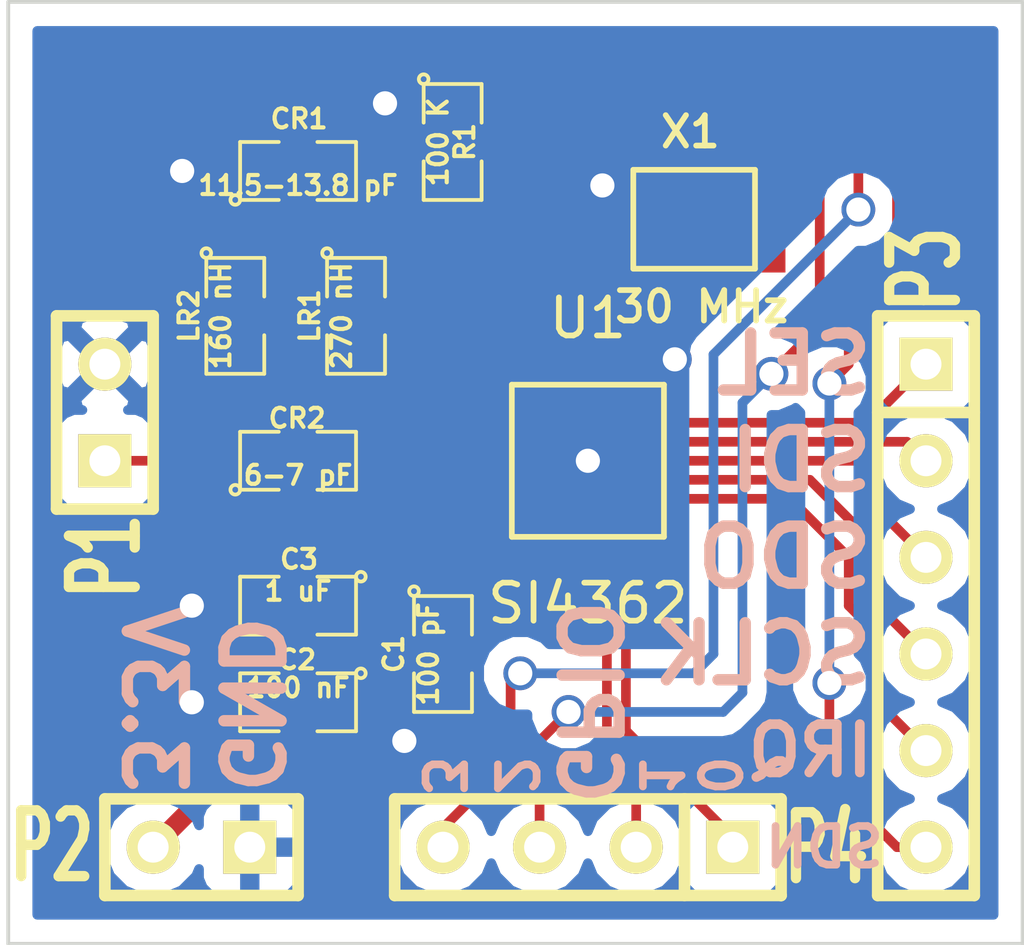
<source format=kicad_pcb>
(kicad_pcb (version 3) (host pcbnew "(2013-07-07 BZR 4022)-stable")

  (general
    (links 35)
    (no_connects 0)
    (area 222.24873 146.634999 251.46127 172.72381)
    (thickness 1.6)
    (drawings 17)
    (tracks 127)
    (zones 0)
    (modules 14)
    (nets 18)
  )

  (page A3)
  (layers
    (15 F.Cu signal)
    (0 B.Cu signal)
    (16 B.Adhes user)
    (17 F.Adhes user)
    (18 B.Paste user)
    (19 F.Paste user)
    (20 B.SilkS user)
    (21 F.SilkS user)
    (22 B.Mask user)
    (23 F.Mask user)
    (24 Dwgs.User user)
    (25 Cmts.User user)
    (26 Eco1.User user)
    (27 Eco2.User user)
    (28 Edge.Cuts user)
  )

  (setup
    (last_trace_width 0.254)
    (trace_clearance 0.1524)
    (zone_clearance 0.508)
    (zone_45_only no)
    (trace_min 0.254)
    (segment_width 0.2)
    (edge_width 0.1)
    (via_size 0.889)
    (via_drill 0.635)
    (via_min_size 0.889)
    (via_min_drill 0.508)
    (uvia_size 0.508)
    (uvia_drill 0.127)
    (uvias_allowed no)
    (uvia_min_size 0.508)
    (uvia_min_drill 0.127)
    (pcb_text_width 0.3)
    (pcb_text_size 1.5 1.5)
    (mod_edge_width 0.15)
    (mod_text_size 1 1)
    (mod_text_width 0.15)
    (pad_size 2 1.2)
    (pad_drill 0)
    (pad_to_mask_clearance 0)
    (aux_axis_origin 0 0)
    (visible_elements 7FFF7FFF)
    (pcbplotparams
      (layerselection 284196865)
      (usegerberextensions true)
      (excludeedgelayer true)
      (linewidth 0.150000)
      (plotframeref false)
      (viasonmask false)
      (mode 1)
      (useauxorigin false)
      (hpglpennumber 1)
      (hpglpenspeed 20)
      (hpglpendiameter 15)
      (hpglpenoverlay 2)
      (psnegative false)
      (psa4output false)
      (plotreference false)
      (plotvalue false)
      (plotothertext false)
      (plotinvisibletext false)
      (padsonsilk false)
      (subtractmaskfromsilk false)
      (outputformat 1)
      (mirror false)
      (drillshape 0)
      (scaleselection 1)
      (outputdirectory ""))
  )

  (net 0 "")
  (net 1 /GPIO2)
  (net 2 /GPIO3)
  (net 3 /SDN)
  (net 4 GND)
  (net 5 N-000001)
  (net 6 N-0000011)
  (net 7 N-0000015)
  (net 8 N-0000019)
  (net 9 N-000002)
  (net 10 N-0000020)
  (net 11 N-000003)
  (net 12 N-000004)
  (net 13 N-000005)
  (net 14 N-000006)
  (net 15 N-000007)
  (net 16 N-000008)
  (net 17 N-000009)

  (net_class Default "This is the default net class."
    (clearance 0.1524)
    (trace_width 0.254)
    (via_dia 0.889)
    (via_drill 0.635)
    (uvia_dia 0.508)
    (uvia_drill 0.127)
    (add_net "")
    (add_net /GPIO2)
    (add_net /GPIO3)
    (add_net /SDN)
    (add_net N-000001)
    (add_net N-0000015)
    (add_net N-0000019)
    (add_net N-000002)
    (add_net N-0000020)
    (add_net N-000003)
    (add_net N-000004)
    (add_net N-000005)
    (add_net N-000006)
    (add_net N-000007)
    (add_net N-000008)
    (add_net N-000009)
  )

  (net_class Power ""
    (clearance 0.254)
    (trace_width 0.508)
    (via_dia 0.889)
    (via_drill 0.635)
    (uvia_dia 0.508)
    (uvia_drill 0.127)
    (add_net GND)
    (add_net N-0000011)
  )

  (module crystal_FA238-TSX3225 (layer F.Cu) (tedit 51EC5D42) (tstamp 51EB1A2A)
    (at 241.554 152.4)
    (descr "crystal Epson Toyocom FA-238 and TSX-3225 series")
    (path /51EB05E9)
    (fp_text reference X1 (at -0.1 -2.3) (layer F.SilkS)
      (effects (font (size 0.8 0.8) (thickness 0.15)))
    )
    (fp_text value "30 MHz" (at 0.2 2.3) (layer F.SilkS)
      (effects (font (size 0.8 0.8) (thickness 0.15)))
    )
    (fp_line (start -1.6 -1.3) (end 1.6 -1.3) (layer F.SilkS) (width 0.15))
    (fp_line (start 1.6 -1.3) (end 1.6 1.3) (layer F.SilkS) (width 0.15))
    (fp_line (start 1.6 1.3) (end -1.6 1.3) (layer F.SilkS) (width 0.15))
    (fp_line (start -1.6 1.3) (end -1.6 -1.3) (layer F.SilkS) (width 0.15))
    (pad 1 smd rect (at -1.4 0.8) (size 2 1.2)
      (layers F.Cu F.Paste F.Mask)
      (net 17 N-000009)
    )
    (pad 3 smd rect (at 1.1 0.8) (size 2 1.2) (drill (offset 0.3 0))
      (layers F.Cu F.Paste F.Mask)
      (net 4 GND)
    )
    (pad 3 smd rect (at -1.4 -0.8) (size 2 1.2)
      (layers F.Cu F.Paste F.Mask)
      (net 4 GND)
    )
    (pad 2 smd rect (at 1.1 -0.8) (size 2 1.2) (drill (offset 0.3 0))
      (layers F.Cu F.Paste F.Mask)
      (net 16 N-000008)
    )
    (model smd/smd_crystal&oscillator/crystal_4pins_smd.wrl
      (at (xyz 0 0 0))
      (scale (xyz 0.24 0.24 0.24))
      (rotate (xyz 0 0 0))
    )
  )

  (module QFN20+1 (layer F.Cu) (tedit 51EC5D24) (tstamp 51EB2046)
    (at 238.76 158.75)
    (path /51EB040B)
    (fp_text reference U1 (at 0 -3.75) (layer F.SilkS)
      (effects (font (size 1 1) (thickness 0.15)))
    )
    (fp_text value SI4362 (at 0 3.75) (layer F.SilkS)
      (effects (font (size 1 1) (thickness 0.15)))
    )
    (fp_line (start -2 -2) (end 2 -2) (layer F.SilkS) (width 0.15))
    (fp_line (start 2 -2) (end 2 2) (layer F.SilkS) (width 0.15))
    (fp_line (start 2 2) (end -2 2) (layer F.SilkS) (width 0.15))
    (fp_line (start -2 2) (end -2 -2) (layer F.SilkS) (width 0.15))
    (pad 21 smd rect (at 0 0) (size 2.6 2.6)
      (layers F.Cu F.Paste F.Mask)
      (net 4 GND)
    )
    (pad 18 smd rect (at 0 -2.3) (size 0.25 1.3)
      (layers F.Cu F.Paste F.Mask)
      (net 4 GND)
    )
    (pad 19 smd rect (at -0.5 -2.3) (size 0.25 1.3)
      (layers F.Cu F.Paste F.Mask)
      (net 1 /GPIO2)
    )
    (pad 20 smd rect (at -1 -2.3) (size 0.25 1.3)
      (layers F.Cu F.Paste F.Mask)
      (net 2 /GPIO3)
    )
    (pad 17 smd rect (at 0.5 -2.3) (size 0.25 1.3)
      (layers F.Cu F.Paste F.Mask)
      (net 17 N-000009)
    )
    (pad 16 smd rect (at 1 -2.3) (size 0.25 1.3)
      (layers F.Cu F.Paste F.Mask)
      (net 16 N-000008)
    )
    (pad 8 smd rect (at 0 2) (size 0.25 1.3) (drill (offset 0 0.3))
      (layers F.Cu F.Paste F.Mask)
      (net 6 N-0000011)
    )
    (pad 7 smd rect (at -0.5 2) (size 0.25 1.3) (drill (offset 0 0.3))
      (layers F.Cu F.Paste F.Mask)
    )
    (pad 6 smd rect (at -1 2) (size 0.25 1.3) (drill (offset 0 0.3))
      (layers F.Cu F.Paste F.Mask)
      (net 6 N-0000011)
    )
    (pad 9 smd rect (at 0.5 2) (size 0.25 1.3) (drill (offset 0 0.3))
      (layers F.Cu F.Paste F.Mask)
      (net 14 N-000006)
    )
    (pad 10 smd rect (at 1 2) (size 0.25 1.3) (drill (offset 0 0.3))
      (layers F.Cu F.Paste F.Mask)
      (net 15 N-000007)
    )
    (pad 15 smd rect (at 2 -1) (size 1.3 0.25) (drill (offset 0.3 0))
      (layers F.Cu F.Paste F.Mask)
      (net 13 N-000005)
    )
    (pad 14 smd rect (at 2 -0.5) (size 1.3 0.25) (drill (offset 0.3 0))
      (layers F.Cu F.Paste F.Mask)
      (net 12 N-000004)
    )
    (pad 13 smd rect (at 2 0) (size 1.3 0.25) (drill (offset 0.3 0))
      (layers F.Cu F.Paste F.Mask)
      (net 11 N-000003)
    )
    (pad 12 smd rect (at 2 0.5) (size 1.3 0.25) (drill (offset 0.3 0))
      (layers F.Cu F.Paste F.Mask)
      (net 9 N-000002)
    )
    (pad 11 smd rect (at 2 1) (size 1.3 0.25) (drill (offset 0.3 0))
      (layers F.Cu F.Paste F.Mask)
      (net 5 N-000001)
    )
    (pad 5 smd rect (at -2.3 1) (size 1.3 0.25)
      (layers F.Cu F.Paste F.Mask)
    )
    (pad 4 smd rect (at -2.3 0.5) (size 1.3 0.25)
      (layers F.Cu F.Paste F.Mask)
    )
    (pad 3 smd rect (at -2.3 0) (size 1.3 0.25)
      (layers F.Cu F.Paste F.Mask)
      (net 10 N-0000020)
    )
    (pad 2 smd rect (at -2.3 -0.5) (size 1.3 0.25)
      (layers F.Cu F.Paste F.Mask)
      (net 7 N-0000015)
    )
    (pad 1 smd rect (at -2.3 -1) (size 1.3 0.25)
      (layers F.Cu F.Paste F.Mask)
      (net 3 /SDN)
    )
  )

  (module SM0805 (layer F.Cu) (tedit 52BF523D) (tstamp 51EB199B)
    (at 231.14 151.13)
    (path /51EB04F8)
    (attr smd)
    (fp_text reference CR1 (at 0.0254 -1.3716) (layer F.SilkS)
      (effects (font (size 0.50038 0.50038) (thickness 0.10922)))
    )
    (fp_text value "11.5-13.8 pF" (at 0 0.381) (layer F.SilkS)
      (effects (font (size 0.50038 0.50038) (thickness 0.10922)))
    )
    (fp_circle (center -1.651 0.762) (end -1.651 0.635) (layer F.SilkS) (width 0.09906))
    (fp_line (start -0.508 0.762) (end -1.524 0.762) (layer F.SilkS) (width 0.09906))
    (fp_line (start -1.524 0.762) (end -1.524 -0.762) (layer F.SilkS) (width 0.09906))
    (fp_line (start -1.524 -0.762) (end -0.508 -0.762) (layer F.SilkS) (width 0.09906))
    (fp_line (start 0.508 -0.762) (end 1.524 -0.762) (layer F.SilkS) (width 0.09906))
    (fp_line (start 1.524 -0.762) (end 1.524 0.762) (layer F.SilkS) (width 0.09906))
    (fp_line (start 1.524 0.762) (end 0.508 0.762) (layer F.SilkS) (width 0.09906))
    (pad 1 smd rect (at -0.9525 0) (size 0.889 1.397)
      (layers F.Cu F.Paste F.Mask)
      (net 4 GND)
    )
    (pad 2 smd rect (at 0.9525 0) (size 0.889 1.397)
      (layers F.Cu F.Paste F.Mask)
      (net 7 N-0000015)
    )
    (model smd/chip_cms.wrl
      (at (xyz 0 0 0))
      (scale (xyz 0.1 0.1 0.1))
      (rotate (xyz 0 0 0))
    )
  )

  (module SM0805 (layer F.Cu) (tedit 52BF529D) (tstamp 51EB2863)
    (at 231.14 158.75)
    (path /51EB0507)
    (attr smd)
    (fp_text reference CR2 (at -0.0254 -1.1176) (layer F.SilkS)
      (effects (font (size 0.50038 0.50038) (thickness 0.10922)))
    )
    (fp_text value "6-7 pF" (at 0 0.381) (layer F.SilkS)
      (effects (font (size 0.50038 0.50038) (thickness 0.10922)))
    )
    (fp_circle (center -1.651 0.762) (end -1.651 0.635) (layer F.SilkS) (width 0.09906))
    (fp_line (start -0.508 0.762) (end -1.524 0.762) (layer F.SilkS) (width 0.09906))
    (fp_line (start -1.524 0.762) (end -1.524 -0.762) (layer F.SilkS) (width 0.09906))
    (fp_line (start -1.524 -0.762) (end -0.508 -0.762) (layer F.SilkS) (width 0.09906))
    (fp_line (start 0.508 -0.762) (end 1.524 -0.762) (layer F.SilkS) (width 0.09906))
    (fp_line (start 1.524 -0.762) (end 1.524 0.762) (layer F.SilkS) (width 0.09906))
    (fp_line (start 1.524 0.762) (end 0.508 0.762) (layer F.SilkS) (width 0.09906))
    (pad 1 smd rect (at -0.9525 0) (size 0.889 1.397)
      (layers F.Cu F.Paste F.Mask)
      (net 8 N-0000019)
    )
    (pad 2 smd rect (at 0.9525 0) (size 0.889 1.397)
      (layers F.Cu F.Paste F.Mask)
      (net 10 N-0000020)
    )
    (model smd/chip_cms.wrl
      (at (xyz 0 0 0))
      (scale (xyz 0.1 0.1 0.1))
      (rotate (xyz 0 0 0))
    )
  )

  (module SM0805 (layer F.Cu) (tedit 52BF5283) (tstamp 51EB19B5)
    (at 234.95 163.83 270)
    (path /51EB0516)
    (attr smd)
    (fp_text reference C1 (at 0 1.2954 270) (layer F.SilkS)
      (effects (font (size 0.50038 0.50038) (thickness 0.10922)))
    )
    (fp_text value "100 pF" (at 0 0.381 270) (layer F.SilkS)
      (effects (font (size 0.50038 0.50038) (thickness 0.10922)))
    )
    (fp_circle (center -1.651 0.762) (end -1.651 0.635) (layer F.SilkS) (width 0.09906))
    (fp_line (start -0.508 0.762) (end -1.524 0.762) (layer F.SilkS) (width 0.09906))
    (fp_line (start -1.524 0.762) (end -1.524 -0.762) (layer F.SilkS) (width 0.09906))
    (fp_line (start -1.524 -0.762) (end -0.508 -0.762) (layer F.SilkS) (width 0.09906))
    (fp_line (start 0.508 -0.762) (end 1.524 -0.762) (layer F.SilkS) (width 0.09906))
    (fp_line (start 1.524 -0.762) (end 1.524 0.762) (layer F.SilkS) (width 0.09906))
    (fp_line (start 1.524 0.762) (end 0.508 0.762) (layer F.SilkS) (width 0.09906))
    (pad 1 smd rect (at -0.9525 0 270) (size 0.889 1.397)
      (layers F.Cu F.Paste F.Mask)
      (net 6 N-0000011)
    )
    (pad 2 smd rect (at 0.9525 0 270) (size 0.889 1.397)
      (layers F.Cu F.Paste F.Mask)
      (net 4 GND)
    )
    (model smd/chip_cms.wrl
      (at (xyz 0 0 0))
      (scale (xyz 0.1 0.1 0.1))
      (rotate (xyz 0 0 0))
    )
  )

  (module SM0805 (layer F.Cu) (tedit 52BF5297) (tstamp 51EB19C2)
    (at 231.14 165.1 180)
    (path /51EB0525)
    (attr smd)
    (fp_text reference C2 (at 0.0254 1.1176 180) (layer F.SilkS)
      (effects (font (size 0.50038 0.50038) (thickness 0.10922)))
    )
    (fp_text value "100 nF" (at 0 0.381 180) (layer F.SilkS)
      (effects (font (size 0.50038 0.50038) (thickness 0.10922)))
    )
    (fp_circle (center -1.651 0.762) (end -1.651 0.635) (layer F.SilkS) (width 0.09906))
    (fp_line (start -0.508 0.762) (end -1.524 0.762) (layer F.SilkS) (width 0.09906))
    (fp_line (start -1.524 0.762) (end -1.524 -0.762) (layer F.SilkS) (width 0.09906))
    (fp_line (start -1.524 -0.762) (end -0.508 -0.762) (layer F.SilkS) (width 0.09906))
    (fp_line (start 0.508 -0.762) (end 1.524 -0.762) (layer F.SilkS) (width 0.09906))
    (fp_line (start 1.524 -0.762) (end 1.524 0.762) (layer F.SilkS) (width 0.09906))
    (fp_line (start 1.524 0.762) (end 0.508 0.762) (layer F.SilkS) (width 0.09906))
    (pad 1 smd rect (at -0.9525 0 180) (size 0.889 1.397)
      (layers F.Cu F.Paste F.Mask)
      (net 6 N-0000011)
    )
    (pad 2 smd rect (at 0.9525 0 180) (size 0.889 1.397)
      (layers F.Cu F.Paste F.Mask)
      (net 4 GND)
    )
    (model smd/chip_cms.wrl
      (at (xyz 0 0 0))
      (scale (xyz 0.1 0.1 0.1))
      (rotate (xyz 0 0 0))
    )
  )

  (module SM0805 (layer F.Cu) (tedit 52BF5287) (tstamp 51EB19CF)
    (at 231.14 162.56 180)
    (path /51EB0534)
    (attr smd)
    (fp_text reference C3 (at -0.0254 1.2192 180) (layer F.SilkS)
      (effects (font (size 0.50038 0.50038) (thickness 0.10922)))
    )
    (fp_text value "1 uF" (at 0 0.381 180) (layer F.SilkS)
      (effects (font (size 0.50038 0.50038) (thickness 0.10922)))
    )
    (fp_circle (center -1.651 0.762) (end -1.651 0.635) (layer F.SilkS) (width 0.09906))
    (fp_line (start -0.508 0.762) (end -1.524 0.762) (layer F.SilkS) (width 0.09906))
    (fp_line (start -1.524 0.762) (end -1.524 -0.762) (layer F.SilkS) (width 0.09906))
    (fp_line (start -1.524 -0.762) (end -0.508 -0.762) (layer F.SilkS) (width 0.09906))
    (fp_line (start 0.508 -0.762) (end 1.524 -0.762) (layer F.SilkS) (width 0.09906))
    (fp_line (start 1.524 -0.762) (end 1.524 0.762) (layer F.SilkS) (width 0.09906))
    (fp_line (start 1.524 0.762) (end 0.508 0.762) (layer F.SilkS) (width 0.09906))
    (pad 1 smd rect (at -0.9525 0 180) (size 0.889 1.397)
      (layers F.Cu F.Paste F.Mask)
      (net 6 N-0000011)
    )
    (pad 2 smd rect (at 0.9525 0 180) (size 0.889 1.397)
      (layers F.Cu F.Paste F.Mask)
      (net 4 GND)
    )
    (model smd/chip_cms.wrl
      (at (xyz 0 0 0))
      (scale (xyz 0.1 0.1 0.1))
      (rotate (xyz 0 0 0))
    )
  )

  (module SM0805 (layer F.Cu) (tedit 52BF526C) (tstamp 51EB19DC)
    (at 229.489 154.94 270)
    (path /51EB055A)
    (attr smd)
    (fp_text reference LR2 (at 0 1.2192 270) (layer F.SilkS)
      (effects (font (size 0.50038 0.50038) (thickness 0.10922)))
    )
    (fp_text value "160 nH" (at 0 0.381 270) (layer F.SilkS)
      (effects (font (size 0.50038 0.50038) (thickness 0.10922)))
    )
    (fp_circle (center -1.651 0.762) (end -1.651 0.635) (layer F.SilkS) (width 0.09906))
    (fp_line (start -0.508 0.762) (end -1.524 0.762) (layer F.SilkS) (width 0.09906))
    (fp_line (start -1.524 0.762) (end -1.524 -0.762) (layer F.SilkS) (width 0.09906))
    (fp_line (start -1.524 -0.762) (end -0.508 -0.762) (layer F.SilkS) (width 0.09906))
    (fp_line (start 0.508 -0.762) (end 1.524 -0.762) (layer F.SilkS) (width 0.09906))
    (fp_line (start 1.524 -0.762) (end 1.524 0.762) (layer F.SilkS) (width 0.09906))
    (fp_line (start 1.524 0.762) (end 0.508 0.762) (layer F.SilkS) (width 0.09906))
    (pad 1 smd rect (at -0.9525 0 270) (size 0.889 1.397)
      (layers F.Cu F.Paste F.Mask)
      (net 7 N-0000015)
    )
    (pad 2 smd rect (at 0.9525 0 270) (size 0.889 1.397)
      (layers F.Cu F.Paste F.Mask)
      (net 8 N-0000019)
    )
    (model smd/chip_cms.wrl
      (at (xyz 0 0 0))
      (scale (xyz 0.1 0.1 0.1))
      (rotate (xyz 0 0 0))
    )
  )

  (module SM0805 (layer F.Cu) (tedit 52BF5258) (tstamp 51EB19E9)
    (at 232.664 154.94 270)
    (path /51EB0569)
    (attr smd)
    (fp_text reference LR1 (at 0 1.2192 270) (layer F.SilkS)
      (effects (font (size 0.50038 0.50038) (thickness 0.10922)))
    )
    (fp_text value "270 nH" (at 0 0.381 270) (layer F.SilkS)
      (effects (font (size 0.50038 0.50038) (thickness 0.10922)))
    )
    (fp_circle (center -1.651 0.762) (end -1.651 0.635) (layer F.SilkS) (width 0.09906))
    (fp_line (start -0.508 0.762) (end -1.524 0.762) (layer F.SilkS) (width 0.09906))
    (fp_line (start -1.524 0.762) (end -1.524 -0.762) (layer F.SilkS) (width 0.09906))
    (fp_line (start -1.524 -0.762) (end -0.508 -0.762) (layer F.SilkS) (width 0.09906))
    (fp_line (start 0.508 -0.762) (end 1.524 -0.762) (layer F.SilkS) (width 0.09906))
    (fp_line (start 1.524 -0.762) (end 1.524 0.762) (layer F.SilkS) (width 0.09906))
    (fp_line (start 1.524 0.762) (end 0.508 0.762) (layer F.SilkS) (width 0.09906))
    (pad 1 smd rect (at -0.9525 0 270) (size 0.889 1.397)
      (layers F.Cu F.Paste F.Mask)
      (net 7 N-0000015)
    )
    (pad 2 smd rect (at 0.9525 0 270) (size 0.889 1.397)
      (layers F.Cu F.Paste F.Mask)
      (net 10 N-0000020)
    )
    (model smd/chip_cms.wrl
      (at (xyz 0 0 0))
      (scale (xyz 0.1 0.1 0.1))
      (rotate (xyz 0 0 0))
    )
  )

  (module SM0805 (layer F.Cu) (tedit 5091495C) (tstamp 51EB19F6)
    (at 235.204 150.368 270)
    (path /51EB13D8)
    (attr smd)
    (fp_text reference R1 (at 0 -0.3175 270) (layer F.SilkS)
      (effects (font (size 0.50038 0.50038) (thickness 0.10922)))
    )
    (fp_text value "100 K" (at 0 0.381 270) (layer F.SilkS)
      (effects (font (size 0.50038 0.50038) (thickness 0.10922)))
    )
    (fp_circle (center -1.651 0.762) (end -1.651 0.635) (layer F.SilkS) (width 0.09906))
    (fp_line (start -0.508 0.762) (end -1.524 0.762) (layer F.SilkS) (width 0.09906))
    (fp_line (start -1.524 0.762) (end -1.524 -0.762) (layer F.SilkS) (width 0.09906))
    (fp_line (start -1.524 -0.762) (end -0.508 -0.762) (layer F.SilkS) (width 0.09906))
    (fp_line (start 0.508 -0.762) (end 1.524 -0.762) (layer F.SilkS) (width 0.09906))
    (fp_line (start 1.524 -0.762) (end 1.524 0.762) (layer F.SilkS) (width 0.09906))
    (fp_line (start 1.524 0.762) (end 0.508 0.762) (layer F.SilkS) (width 0.09906))
    (pad 1 smd rect (at -0.9525 0 270) (size 0.889 1.397)
      (layers F.Cu F.Paste F.Mask)
      (net 4 GND)
    )
    (pad 2 smd rect (at 0.9525 0 270) (size 0.889 1.397)
      (layers F.Cu F.Paste F.Mask)
      (net 3 /SDN)
    )
    (model smd/chip_cms.wrl
      (at (xyz 0 0 0))
      (scale (xyz 0.1 0.1 0.1))
      (rotate (xyz 0 0 0))
    )
  )

  (module SIL-6 (layer F.Cu) (tedit 52BF52D0) (tstamp 51EB1A05)
    (at 247.65 162.56 270)
    (descr "Connecteur 6 pins")
    (tags "CONN DEV")
    (path /51EB0698)
    (fp_text reference P3 (at -8.8392 0.0254 270) (layer F.SilkS)
      (effects (font (size 1.72974 1.08712) (thickness 0.3048)))
    )
    (fp_text value SPI (at 0 -2.54 270) (layer F.SilkS) hide
      (effects (font (size 1.524 1.016) (thickness 0.3048)))
    )
    (fp_line (start -7.62 1.27) (end -7.62 -1.27) (layer F.SilkS) (width 0.3048))
    (fp_line (start -7.62 -1.27) (end 7.62 -1.27) (layer F.SilkS) (width 0.3048))
    (fp_line (start 7.62 -1.27) (end 7.62 1.27) (layer F.SilkS) (width 0.3048))
    (fp_line (start 7.62 1.27) (end -7.62 1.27) (layer F.SilkS) (width 0.3048))
    (fp_line (start -5.08 1.27) (end -5.08 -1.27) (layer F.SilkS) (width 0.3048))
    (pad 1 thru_hole rect (at -6.35 0 270) (size 1.397 1.397) (drill 0.8128)
      (layers *.Cu *.Mask F.SilkS)
      (net 13 N-000005)
    )
    (pad 2 thru_hole circle (at -3.81 0 270) (size 1.397 1.397) (drill 0.8128)
      (layers *.Cu *.Mask F.SilkS)
      (net 12 N-000004)
    )
    (pad 3 thru_hole circle (at -1.27 0 270) (size 1.397 1.397) (drill 0.8128)
      (layers *.Cu *.Mask F.SilkS)
      (net 11 N-000003)
    )
    (pad 4 thru_hole circle (at 1.27 0 270) (size 1.397 1.397) (drill 0.8128)
      (layers *.Cu *.Mask F.SilkS)
      (net 9 N-000002)
    )
    (pad 5 thru_hole circle (at 3.81 0 270) (size 1.397 1.397) (drill 0.8128)
      (layers *.Cu *.Mask F.SilkS)
      (net 5 N-000001)
    )
    (pad 6 thru_hole circle (at 6.35 0 270) (size 1.397 1.397) (drill 0.8128)
      (layers *.Cu *.Mask F.SilkS)
      (net 3 /SDN)
    )
  )

  (module SIL-4 (layer F.Cu) (tedit 52BF52C9) (tstamp 51EB1A14)
    (at 238.76 168.91 180)
    (descr "Connecteur 4 pibs")
    (tags "CONN DEV")
    (path /51EB06A7)
    (fp_text reference P4 (at -6.2738 -0.0254 180) (layer F.SilkS)
      (effects (font (size 1.73482 1.08712) (thickness 0.3048)))
    )
    (fp_text value GPIO (at 0 -2.54 180) (layer F.SilkS) hide
      (effects (font (size 1.524 1.016) (thickness 0.3048)))
    )
    (fp_line (start -5.08 -1.27) (end -5.08 -1.27) (layer F.SilkS) (width 0.3048))
    (fp_line (start -5.08 1.27) (end -5.08 -1.27) (layer F.SilkS) (width 0.3048))
    (fp_line (start -5.08 -1.27) (end -5.08 -1.27) (layer F.SilkS) (width 0.3048))
    (fp_line (start -5.08 -1.27) (end 5.08 -1.27) (layer F.SilkS) (width 0.3048))
    (fp_line (start 5.08 -1.27) (end 5.08 1.27) (layer F.SilkS) (width 0.3048))
    (fp_line (start 5.08 1.27) (end -5.08 1.27) (layer F.SilkS) (width 0.3048))
    (fp_line (start -2.54 1.27) (end -2.54 -1.27) (layer F.SilkS) (width 0.3048))
    (pad 1 thru_hole rect (at -3.81 0 180) (size 1.397 1.397) (drill 0.8128)
      (layers *.Cu *.Mask F.SilkS)
      (net 15 N-000007)
    )
    (pad 2 thru_hole circle (at -1.27 0 180) (size 1.397 1.397) (drill 0.8128)
      (layers *.Cu *.Mask F.SilkS)
      (net 14 N-000006)
    )
    (pad 3 thru_hole circle (at 1.27 0 180) (size 1.397 1.397) (drill 0.8128)
      (layers *.Cu *.Mask F.SilkS)
      (net 1 /GPIO2)
    )
    (pad 4 thru_hole circle (at 3.81 0 180) (size 1.397 1.397) (drill 0.8128)
      (layers *.Cu *.Mask F.SilkS)
      (net 2 /GPIO3)
    )
  )

  (module SIL-2 (layer F.Cu) (tedit 52BF52B4) (tstamp 51EB1A1E)
    (at 228.6 168.91 180)
    (descr "Connecteurs 2 pins")
    (tags "CONN DEV")
    (path /51EB06B6)
    (fp_text reference P2 (at 3.937 0.0254 180) (layer F.SilkS)
      (effects (font (size 1.72974 1.08712) (thickness 0.3048)))
    )
    (fp_text value Power (at 0 -2.54 180) (layer F.SilkS) hide
      (effects (font (size 1.524 1.016) (thickness 0.3048)))
    )
    (fp_line (start -2.54 1.27) (end -2.54 -1.27) (layer F.SilkS) (width 0.3048))
    (fp_line (start -2.54 -1.27) (end 2.54 -1.27) (layer F.SilkS) (width 0.3048))
    (fp_line (start 2.54 -1.27) (end 2.54 1.27) (layer F.SilkS) (width 0.3048))
    (fp_line (start 2.54 1.27) (end -2.54 1.27) (layer F.SilkS) (width 0.3048))
    (pad 1 thru_hole rect (at -1.27 0 180) (size 1.397 1.397) (drill 0.8128)
      (layers *.Cu *.Mask F.SilkS)
      (net 4 GND)
    )
    (pad 2 thru_hole circle (at 1.27 0 180) (size 1.397 1.397) (drill 0.8128)
      (layers *.Cu *.Mask F.SilkS)
      (net 6 N-0000011)
    )
  )

  (module SIL-2 (layer F.Cu) (tedit 52BF52AD) (tstamp 51EC518C)
    (at 226.06 157.48 90)
    (descr "Connecteurs 2 pins")
    (tags "CONN DEV")
    (path /51EB088F)
    (fp_text reference P1 (at -3.7846 0 90) (layer F.SilkS)
      (effects (font (size 1.72974 1.08712) (thickness 0.3048)))
    )
    (fp_text value Antenna (at 0 -2.54 90) (layer F.SilkS) hide
      (effects (font (size 1.524 1.016) (thickness 0.3048)))
    )
    (fp_line (start -2.54 1.27) (end -2.54 -1.27) (layer F.SilkS) (width 0.3048))
    (fp_line (start -2.54 -1.27) (end 2.54 -1.27) (layer F.SilkS) (width 0.3048))
    (fp_line (start 2.54 -1.27) (end 2.54 1.27) (layer F.SilkS) (width 0.3048))
    (fp_line (start 2.54 1.27) (end -2.54 1.27) (layer F.SilkS) (width 0.3048))
    (pad 1 thru_hole rect (at -1.27 0 90) (size 1.397 1.397) (drill 0.8128)
      (layers *.Cu *.Mask F.SilkS)
      (net 8 N-0000019)
    )
    (pad 2 thru_hole circle (at 1.27 0 90) (size 1.397 1.397) (drill 0.8128)
      (layers *.Cu *.Mask F.SilkS)
      (net 4 GND)
    )
  )

  (gr_text SDN (at 246.634 168.91) (layer B.SilkS)
    (effects (font (size 1.016 1.016) (thickness 0.2032)) (justify left mirror))
  )
  (gr_text IRQ (at 246.38 166.37) (layer B.SilkS)
    (effects (font (size 1.27 1.27) (thickness 0.254)) (justify left mirror))
  )
  (gr_text SCLK (at 246.38 163.83) (layer B.SilkS)
    (effects (font (size 1.5 1.5) (thickness 0.3)) (justify left mirror))
  )
  (gr_text SDO (at 246.38 161.29) (layer B.SilkS)
    (effects (font (size 1.5 1.5) (thickness 0.3)) (justify left mirror))
  )
  (gr_text SDI (at 246.38 158.75) (layer B.SilkS)
    (effects (font (size 1.5 1.5) (thickness 0.3)) (justify left mirror))
  )
  (gr_text SEL (at 246.38 156.21) (layer B.SilkS)
    (effects (font (size 1.5 1.5) (thickness 0.3)) (justify left mirror))
  )
  (gr_text 3 (at 234.95 167.64 270) (layer B.SilkS)
    (effects (font (size 1.016 1.016) (thickness 0.2032)) (justify left mirror))
  )
  (gr_text 2 (at 236.855 167.64 270) (layer B.SilkS)
    (effects (font (size 1.016 1.016) (thickness 0.2032)) (justify left mirror))
  )
  (gr_text 0 (at 242.189 167.64 270) (layer B.SilkS)
    (effects (font (size 1.016 1.016) (thickness 0.2032)) (justify left mirror))
  )
  (gr_text 1 (at 240.665 167.64 270) (layer B.SilkS)
    (effects (font (size 1.016 1.016) (thickness 0.2032)) (justify left mirror))
  )
  (gr_text GPIO (at 238.76 165.1 270) (layer B.SilkS)
    (effects (font (size 1.5 1.5) (thickness 0.3)) (justify mirror))
  )
  (gr_text GND (at 229.87 167.64 270) (layer B.SilkS)
    (effects (font (size 1.5 1.5) (thickness 0.3)) (justify left mirror))
  )
  (gr_text 3.3V (at 227.33 167.64 270) (layer B.SilkS)
    (effects (font (size 1.5 1.5) (thickness 0.3)) (justify left mirror))
  )
  (gr_line (start 250.19 171.45) (end 250.19 146.685) (angle 90) (layer Edge.Cuts) (width 0.1))
  (gr_line (start 223.52 171.45) (end 250.19 171.45) (angle 90) (layer Edge.Cuts) (width 0.1))
  (gr_line (start 223.52 146.685) (end 223.52 171.45) (angle 90) (layer Edge.Cuts) (width 0.1))
  (gr_line (start 250.19 146.685) (end 223.52 146.685) (angle 90) (layer Edge.Cuts) (width 0.1))

  (segment (start 238.26 156.75) (end 238.26 150.63) (width 0.254) (layer F.Cu) (net 1))
  (segment (start 237.49 166.116) (end 237.49 168.91) (width 0.254) (layer F.Cu) (net 1) (tstamp 51ECA1CC))
  (segment (start 238.252 165.354) (end 237.49 166.116) (width 0.254) (layer F.Cu) (net 1) (tstamp 51ECA1CB))
  (via (at 238.252 165.354) (size 0.889) (layers F.Cu B.Cu) (net 1))
  (segment (start 242.316 165.354) (end 238.252 165.354) (width 0.254) (layer B.Cu) (net 1) (tstamp 51ECA1C9))
  (segment (start 242.824 164.846) (end 242.316 165.354) (width 0.254) (layer B.Cu) (net 1) (tstamp 51ECA1C8))
  (segment (start 242.824 157.226) (end 242.824 164.846) (width 0.254) (layer B.Cu) (net 1) (tstamp 51ECA1C6))
  (segment (start 243.586 156.464) (end 242.824 157.226) (width 0.254) (layer B.Cu) (net 1) (tstamp 51ECA1C5))
  (via (at 243.586 156.464) (size 0.889) (layers F.Cu B.Cu) (net 1))
  (segment (start 244.856 155.194) (end 243.586 156.464) (width 0.254) (layer F.Cu) (net 1) (tstamp 51ECA1C2))
  (segment (start 244.856 150.622) (end 244.856 155.194) (width 0.254) (layer F.Cu) (net 1) (tstamp 51ECA1BA))
  (segment (start 244.348 150.114) (end 244.856 150.622) (width 0.254) (layer F.Cu) (net 1) (tstamp 51ECA1B8))
  (segment (start 238.776 150.114) (end 244.348 150.114) (width 0.254) (layer F.Cu) (net 1) (tstamp 51ECA1B7))
  (segment (start 238.26 150.63) (end 238.776 150.114) (width 0.254) (layer F.Cu) (net 1) (tstamp 51ECA1B4))
  (segment (start 234.95 168.91) (end 234.95 168.402) (width 0.254) (layer F.Cu) (net 2))
  (segment (start 237.76 149.844) (end 237.76 156.75) (width 0.254) (layer F.Cu) (net 2) (tstamp 51ECA1E1))
  (segment (start 238.252 149.352) (end 237.76 149.844) (width 0.254) (layer F.Cu) (net 2) (tstamp 51ECA1E0))
  (segment (start 244.856 149.352) (end 238.252 149.352) (width 0.254) (layer F.Cu) (net 2) (tstamp 51ECA1DE))
  (segment (start 245.872 150.368) (end 244.856 149.352) (width 0.254) (layer F.Cu) (net 2) (tstamp 51ECA1DA))
  (segment (start 245.872 152.146) (end 245.872 150.368) (width 0.254) (layer F.Cu) (net 2) (tstamp 51ECA1D9))
  (via (at 245.872 152.146) (size 0.889) (layers F.Cu B.Cu) (net 2))
  (segment (start 242.062 155.956) (end 245.872 152.146) (width 0.254) (layer B.Cu) (net 2) (tstamp 51ECA1D6))
  (segment (start 242.062 163.83) (end 242.062 155.956) (width 0.254) (layer B.Cu) (net 2) (tstamp 51ECA1D5))
  (segment (start 241.554 164.338) (end 242.062 163.83) (width 0.254) (layer B.Cu) (net 2) (tstamp 51ECA1D4))
  (segment (start 236.982 164.338) (end 241.554 164.338) (width 0.254) (layer B.Cu) (net 2) (tstamp 51ECA1D3))
  (via (at 236.982 164.338) (size 0.889) (layers F.Cu B.Cu) (net 2))
  (segment (start 236.728 164.592) (end 236.982 164.338) (width 0.254) (layer F.Cu) (net 2) (tstamp 51ECA1D1))
  (segment (start 236.728 166.624) (end 236.728 164.592) (width 0.254) (layer F.Cu) (net 2) (tstamp 51ECA1D0))
  (segment (start 234.95 168.402) (end 236.728 166.624) (width 0.254) (layer F.Cu) (net 2) (tstamp 51ECA1CF))
  (segment (start 236.728 151.384) (end 236.728 149.606) (width 0.254) (layer F.Cu) (net 3))
  (segment (start 246.888 168.91) (end 247.65 168.91) (width 0.254) (layer F.Cu) (net 3) (tstamp 51ECA1F9))
  (segment (start 245.11 167.132) (end 246.888 168.91) (width 0.254) (layer F.Cu) (net 3) (tstamp 51ECA1F8))
  (segment (start 245.11 164.592) (end 245.11 167.132) (width 0.254) (layer F.Cu) (net 3) (tstamp 51ECA1F7))
  (via (at 245.11 164.592) (size 0.889) (layers F.Cu B.Cu) (net 3))
  (segment (start 245.11 156.718) (end 245.11 164.592) (width 0.254) (layer B.Cu) (net 3) (tstamp 51ECA1F4))
  (via (at 245.11 156.718) (size 0.889) (layers F.Cu B.Cu) (net 3))
  (segment (start 245.618 156.21) (end 245.11 156.718) (width 0.254) (layer F.Cu) (net 3) (tstamp 51ECA1F2))
  (segment (start 245.618 154.686) (end 245.618 156.21) (width 0.254) (layer F.Cu) (net 3) (tstamp 51ECA1F0))
  (segment (start 246.888 153.416) (end 245.618 154.686) (width 0.254) (layer F.Cu) (net 3) (tstamp 51ECA1EE))
  (segment (start 246.888 150.114) (end 246.888 153.416) (width 0.254) (layer F.Cu) (net 3) (tstamp 51ECA1EC))
  (segment (start 245.364 148.59) (end 246.888 150.114) (width 0.254) (layer F.Cu) (net 3) (tstamp 51ECA1EA))
  (segment (start 237.744 148.59) (end 245.364 148.59) (width 0.254) (layer F.Cu) (net 3) (tstamp 51ECA1E8))
  (segment (start 236.728 149.606) (end 237.744 148.59) (width 0.254) (layer F.Cu) (net 3) (tstamp 51ECA1E6))
  (segment (start 236.76 151.384) (end 236.728 151.384) (width 0.254) (layer F.Cu) (net 3))
  (segment (start 236.728 151.384) (end 235.2675 151.384) (width 0.254) (layer F.Cu) (net 3) (tstamp 51ECA1E4))
  (segment (start 235.2675 151.384) (end 235.204 151.3205) (width 0.254) (layer F.Cu) (net 3) (tstamp 51EB3320))
  (segment (start 236.76 157.75) (end 236.76 151.384) (width 0.254) (layer F.Cu) (net 3))
  (segment (start 240.454 151.6) (end 239.23 151.6) (width 0.508) (layer F.Cu) (net 4))
  (via (at 239.141 151.511) (size 0.889) (layers F.Cu B.Cu) (net 4))
  (segment (start 239.23 151.6) (end 239.141 151.511) (width 0.508) (layer F.Cu) (net 4) (tstamp 51EC5874))
  (segment (start 242.654 153.2) (end 242.654 154.094) (width 0.508) (layer F.Cu) (net 4))
  (via (at 241.046 156.083) (size 0.889) (layers F.Cu B.Cu) (net 4))
  (segment (start 241.046 155.702) (end 241.046 156.083) (width 0.508) (layer F.Cu) (net 4) (tstamp 51EC57DE))
  (segment (start 242.654 154.094) (end 241.046 155.702) (width 0.508) (layer F.Cu) (net 4) (tstamp 51EC57DA))
  (segment (start 230.1875 151.13) (end 228.092 151.13) (width 0.508) (layer F.Cu) (net 4))
  (via (at 228.092 151.13) (size 0.889) (layers F.Cu B.Cu) (net 4))
  (segment (start 235.204 149.4155) (end 233.4895 149.4155) (width 0.508) (layer F.Cu) (net 4))
  (segment (start 233.4895 149.4155) (end 233.426 149.352) (width 0.508) (layer F.Cu) (net 4) (tstamp 51EB33BC))
  (via (at 233.426 149.352) (size 0.889) (layers F.Cu B.Cu) (net 4))
  (segment (start 238.76 156.75) (end 238.76 158.75) (width 0.254) (layer F.Cu) (net 4))
  (via (at 238.76 158.75) (size 0.889) (layers F.Cu B.Cu) (net 4))
  (via (at 233.934 166.116) (size 0.889) (layers F.Cu B.Cu) (net 4))
  (segment (start 234.95 164.7825) (end 234.95 165.1) (width 0.508) (layer F.Cu) (net 4))
  (segment (start 234.95 165.1) (end 233.934 166.116) (width 0.508) (layer F.Cu) (net 4) (tstamp 51EB32B6))
  (segment (start 230.1875 165.1) (end 228.346 165.1) (width 0.508) (layer F.Cu) (net 4))
  (via (at 228.346 165.1) (size 0.889) (layers F.Cu B.Cu) (net 4))
  (segment (start 230.1875 162.56) (end 228.346 162.56) (width 0.508) (layer F.Cu) (net 4))
  (via (at 228.346 162.56) (size 0.889) (layers F.Cu B.Cu) (net 4))
  (segment (start 247.65 166.37) (end 246.38 165.1) (width 0.254) (layer F.Cu) (net 5))
  (segment (start 244.078 159.75) (end 240.76 159.75) (width 0.254) (layer F.Cu) (net 5) (tstamp 51EB30A0))
  (segment (start 245.618 161.29) (end 244.078 159.75) (width 0.254) (layer F.Cu) (net 5) (tstamp 51EB309E))
  (segment (start 245.618 162.56) (end 245.618 161.29) (width 0.254) (layer F.Cu) (net 5) (tstamp 51EB309D))
  (segment (start 246.38 163.322) (end 245.618 162.56) (width 0.254) (layer F.Cu) (net 5) (tstamp 51EB309C))
  (segment (start 246.38 165.1) (end 246.38 163.322) (width 0.254) (layer F.Cu) (net 5) (tstamp 51EB3093))
  (segment (start 232.0925 165.1) (end 232.0925 166.5605) (width 0.508) (layer F.Cu) (net 6))
  (segment (start 229.362 166.878) (end 227.33 168.91) (width 0.508) (layer F.Cu) (net 6) (tstamp 51EB329C))
  (segment (start 231.775 166.878) (end 229.362 166.878) (width 0.508) (layer F.Cu) (net 6) (tstamp 51EB329A))
  (segment (start 232.0925 166.5605) (end 231.775 166.878) (width 0.508) (layer F.Cu) (net 6) (tstamp 51EB3299))
  (segment (start 232.0925 162.56) (end 232.0925 165.1) (width 0.508) (layer F.Cu) (net 6))
  (segment (start 234.95 162.8775) (end 232.41 162.8775) (width 0.508) (layer F.Cu) (net 6))
  (segment (start 232.41 162.8775) (end 232.0925 162.56) (width 0.508) (layer F.Cu) (net 6) (tstamp 51EB3294))
  (segment (start 237.76 160.75) (end 237.76 162.8775) (width 0.254) (layer F.Cu) (net 6))
  (segment (start 234.95 162.8775) (end 237.76 162.8775) (width 0.508) (layer F.Cu) (net 6))
  (segment (start 237.76 162.8775) (end 238.1885 162.8775) (width 0.508) (layer F.Cu) (net 6) (tstamp 51EB3292))
  (segment (start 238.76 162.306) (end 238.76 160.75) (width 0.254) (layer F.Cu) (net 6) (tstamp 51EB328C))
  (segment (start 238.1885 162.8775) (end 238.76 162.306) (width 0.254) (layer F.Cu) (net 6) (tstamp 51EB3285))
  (segment (start 232.664 153.9875) (end 233.3625 153.9875) (width 0.254) (layer F.Cu) (net 7))
  (segment (start 235.466 158.25) (end 236.76 158.25) (width 0.254) (layer F.Cu) (net 7) (tstamp 51ECA290))
  (segment (start 234.188 156.972) (end 235.466 158.25) (width 0.254) (layer F.Cu) (net 7) (tstamp 51ECA28E))
  (segment (start 234.188 154.813) (end 234.188 156.972) (width 0.254) (layer F.Cu) (net 7) (tstamp 51ECA28D))
  (segment (start 233.3625 153.9875) (end 234.188 154.813) (width 0.254) (layer F.Cu) (net 7) (tstamp 51ECA28C))
  (segment (start 229.489 153.9875) (end 232.664 153.9875) (width 0.254) (layer F.Cu) (net 7))
  (segment (start 232.0925 151.13) (end 232.0925 152.0825) (width 0.254) (layer F.Cu) (net 7))
  (segment (start 232.664 152.654) (end 232.664 153.9875) (width 0.254) (layer F.Cu) (net 7) (tstamp 51ECA27E))
  (segment (start 232.0925 152.0825) (end 232.664 152.654) (width 0.254) (layer F.Cu) (net 7) (tstamp 51ECA27D))
  (segment (start 230.1875 158.75) (end 226.06 158.75) (width 0.254) (layer F.Cu) (net 8))
  (segment (start 229.489 155.8925) (end 229.489 158.0515) (width 0.254) (layer F.Cu) (net 8))
  (segment (start 229.489 158.0515) (end 230.1875 158.75) (width 0.254) (layer F.Cu) (net 8) (tstamp 51ECA284))
  (segment (start 247.65 163.83) (end 246.38 162.56) (width 0.254) (layer F.Cu) (net 9))
  (segment (start 244.594 159.25) (end 240.76 159.25) (width 0.254) (layer F.Cu) (net 9) (tstamp 51EB308B))
  (segment (start 246.38 161.036) (end 244.594 159.25) (width 0.254) (layer F.Cu) (net 9) (tstamp 51EB3086))
  (segment (start 246.38 162.56) (end 246.38 161.036) (width 0.254) (layer F.Cu) (net 9) (tstamp 51EB3083))
  (segment (start 232.0925 158.75) (end 236.76 158.75) (width 0.254) (layer F.Cu) (net 10))
  (segment (start 232.664 155.8925) (end 232.664 158.1785) (width 0.254) (layer F.Cu) (net 10))
  (segment (start 232.664 158.1785) (end 232.0925 158.75) (width 0.254) (layer F.Cu) (net 10) (tstamp 51ECA287))
  (segment (start 247.65 161.29) (end 246.38 160.02) (width 0.254) (layer F.Cu) (net 11))
  (segment (start 245.872 158.75) (end 240.76 158.75) (width 0.254) (layer F.Cu) (net 11) (tstamp 51EB307E))
  (segment (start 246.38 159.258) (end 245.872 158.75) (width 0.254) (layer F.Cu) (net 11) (tstamp 51EB307B))
  (segment (start 246.38 160.02) (end 246.38 159.258) (width 0.254) (layer F.Cu) (net 11) (tstamp 51EB3076))
  (segment (start 240.76 158.25) (end 247.15 158.25) (width 0.254) (layer F.Cu) (net 12))
  (segment (start 247.15 158.25) (end 247.65 158.75) (width 0.254) (layer F.Cu) (net 12) (tstamp 51EB2FF2))
  (segment (start 240.76 157.75) (end 246.11 157.75) (width 0.254) (layer F.Cu) (net 13))
  (segment (start 246.11 157.75) (end 247.65 156.21) (width 0.254) (layer F.Cu) (net 13) (tstamp 51EB2FEE))
  (segment (start 239.26 160.75) (end 239.26 166.362) (width 0.254) (layer F.Cu) (net 14))
  (segment (start 240.03 167.132) (end 240.03 168.91) (width 0.254) (layer F.Cu) (net 14) (tstamp 51EB30BD))
  (segment (start 239.26 166.362) (end 240.03 167.132) (width 0.254) (layer F.Cu) (net 14) (tstamp 51EB30BA))
  (segment (start 239.76 160.75) (end 239.76 165.846) (width 0.254) (layer F.Cu) (net 15))
  (segment (start 242.57 168.656) (end 242.57 168.91) (width 0.254) (layer F.Cu) (net 15) (tstamp 51EB30B6))
  (segment (start 239.76 165.846) (end 242.57 168.656) (width 0.254) (layer F.Cu) (net 15) (tstamp 51EB30B1))
  (segment (start 239.76 156.75) (end 239.76 155.718) (width 0.254) (layer F.Cu) (net 16))
  (segment (start 242.1 151.6) (end 242.654 151.6) (width 0.254) (layer F.Cu) (net 16) (tstamp 51EB33A9))
  (segment (start 241.554 152.146) (end 242.1 151.6) (width 0.254) (layer F.Cu) (net 16) (tstamp 51EB33A8))
  (segment (start 241.554 153.924) (end 241.554 152.146) (width 0.254) (layer F.Cu) (net 16) (tstamp 51EB33A7))
  (segment (start 239.76 155.718) (end 241.554 153.924) (width 0.254) (layer F.Cu) (net 16) (tstamp 51EB33A1))
  (segment (start 240.454 153.2) (end 240.454 153.754) (width 0.254) (layer F.Cu) (net 17))
  (segment (start 239.26 154.948) (end 239.26 156.75) (width 0.254) (layer F.Cu) (net 17) (tstamp 51EB33AF))
  (segment (start 240.454 153.754) (end 239.26 154.948) (width 0.254) (layer F.Cu) (net 17) (tstamp 51EB33AC))

  (zone (net 4) (net_name GND) (layer B.Cu) (tstamp 51EB236E) (hatch edge 0.508)
    (connect_pads (clearance 0.508))
    (min_thickness 0.254)
    (fill (arc_segments 16) (thermal_gap 0.508) (thermal_bridge_width 0.508))
    (polygon
      (pts
        (xy 224.155 147.32) (xy 249.555 147.32) (xy 249.555 170.815) (xy 224.155 170.815)
      )
    )
    (filled_polygon
      (pts
        (xy 249.428 170.688) (xy 248.98373 170.688) (xy 248.98373 168.645914) (xy 248.781145 168.15562) (xy 248.406353 167.780174)
        (xy 248.068551 167.639906) (xy 248.40438 167.501145) (xy 248.779826 167.126353) (xy 248.983267 166.636413) (xy 248.98373 166.105914)
        (xy 248.781145 165.61562) (xy 248.406353 165.240174) (xy 248.068551 165.099906) (xy 248.40438 164.961145) (xy 248.779826 164.586353)
        (xy 248.983267 164.096413) (xy 248.98373 163.565914) (xy 248.781145 163.07562) (xy 248.406353 162.700174) (xy 248.068551 162.559906)
        (xy 248.40438 162.421145) (xy 248.779826 162.046353) (xy 248.983267 161.556413) (xy 248.98373 161.025914) (xy 248.781145 160.53562)
        (xy 248.406353 160.160174) (xy 248.068551 160.019906) (xy 248.40438 159.881145) (xy 248.779826 159.506353) (xy 248.983267 159.016413)
        (xy 248.98373 158.485914) (xy 248.781145 157.99562) (xy 248.406353 157.620174) (xy 248.221966 157.54361) (xy 248.474255 157.54361)
        (xy 248.707729 157.447141) (xy 248.886513 157.268668) (xy 248.983389 157.035364) (xy 248.98361 156.782745) (xy 248.98361 155.385745)
        (xy 248.887141 155.152271) (xy 248.708668 154.973487) (xy 248.475364 154.876611) (xy 248.222745 154.87639) (xy 246.951687 154.87639)
        (xy 246.951687 151.932216) (xy 246.787689 151.535311) (xy 246.484286 151.231378) (xy 246.087668 151.066687) (xy 245.658216 151.066313)
        (xy 245.261311 151.230311) (xy 244.957378 151.533714) (xy 244.792687 151.930332) (xy 244.792497 152.147871) (xy 241.523185 155.417185)
        (xy 241.358004 155.664395) (xy 241.3 155.956) (xy 241.3 163.514369) (xy 241.238369 163.576) (xy 237.746641 163.576)
        (xy 237.594286 163.423378) (xy 237.197668 163.258687) (xy 236.768216 163.258313) (xy 236.371311 163.422311) (xy 236.067378 163.725714)
        (xy 235.902687 164.122332) (xy 235.902313 164.551784) (xy 236.066311 164.948689) (xy 236.369714 165.252622) (xy 236.766332 165.417313)
        (xy 237.172443 165.417666) (xy 237.172313 165.567784) (xy 237.336311 165.964689) (xy 237.639714 166.268622) (xy 238.036332 166.433313)
        (xy 238.465784 166.433687) (xy 238.862689 166.269689) (xy 239.016646 166.116) (xy 242.316 166.116) (xy 242.316 166.115999)
        (xy 242.607604 166.057996) (xy 242.607605 166.057996) (xy 242.854815 165.892815) (xy 243.362815 165.384816) (xy 243.362815 165.384815)
        (xy 243.527996 165.137605) (xy 243.585999 164.846) (xy 243.586 164.846) (xy 243.586 157.5435) (xy 243.799784 157.543687)
        (xy 244.196689 157.379689) (xy 244.220997 157.355422) (xy 244.348 157.482646) (xy 244.348 163.827358) (xy 244.195378 163.979714)
        (xy 244.030687 164.376332) (xy 244.030313 164.805784) (xy 244.194311 165.202689) (xy 244.497714 165.506622) (xy 244.894332 165.671313)
        (xy 245.323784 165.671687) (xy 245.720689 165.507689) (xy 246.024622 165.204286) (xy 246.189313 164.807668) (xy 246.189687 164.378216)
        (xy 246.025689 163.981311) (xy 245.872 163.827353) (xy 245.872 157.482641) (xy 246.024622 157.330286) (xy 246.189313 156.933668)
        (xy 246.189687 156.504216) (xy 246.025689 156.107311) (xy 245.722286 155.803378) (xy 245.325668 155.638687) (xy 244.896216 155.638313)
        (xy 244.499311 155.802311) (xy 244.475002 155.826577) (xy 244.198286 155.549378) (xy 243.801668 155.384687) (xy 243.711022 155.384608)
        (xy 245.870131 153.225499) (xy 246.085784 153.225687) (xy 246.482689 153.061689) (xy 246.786622 152.758286) (xy 246.951313 152.361668)
        (xy 246.951687 151.932216) (xy 246.951687 154.87639) (xy 246.825745 154.87639) (xy 246.592271 154.972859) (xy 246.413487 155.151332)
        (xy 246.316611 155.384636) (xy 246.31639 155.637255) (xy 246.31639 157.034255) (xy 246.412859 157.267729) (xy 246.591332 157.446513)
        (xy 246.824636 157.543389) (xy 247.077255 157.54361) (xy 247.077727 157.54361) (xy 246.89562 157.618855) (xy 246.520174 157.993647)
        (xy 246.316733 158.483587) (xy 246.31627 159.014086) (xy 246.518855 159.50438) (xy 246.893647 159.879826) (xy 247.231448 160.020093)
        (xy 246.89562 160.158855) (xy 246.520174 160.533647) (xy 246.316733 161.023587) (xy 246.31627 161.554086) (xy 246.518855 162.04438)
        (xy 246.893647 162.419826) (xy 247.231448 162.560093) (xy 246.89562 162.698855) (xy 246.520174 163.073647) (xy 246.316733 163.563587)
        (xy 246.31627 164.094086) (xy 246.518855 164.58438) (xy 246.893647 164.959826) (xy 247.231448 165.100093) (xy 246.89562 165.238855)
        (xy 246.520174 165.613647) (xy 246.316733 166.103587) (xy 246.31627 166.634086) (xy 246.518855 167.12438) (xy 246.893647 167.499826)
        (xy 247.231448 167.640093) (xy 246.89562 167.778855) (xy 246.520174 168.153647) (xy 246.316733 168.643587) (xy 246.31627 169.174086)
        (xy 246.518855 169.66438) (xy 246.893647 170.039826) (xy 247.383587 170.243267) (xy 247.914086 170.24373) (xy 248.40438 170.041145)
        (xy 248.779826 169.666353) (xy 248.983267 169.176413) (xy 248.98373 168.645914) (xy 248.98373 170.688) (xy 243.90361 170.688)
        (xy 243.90361 169.482745) (xy 243.90361 168.085745) (xy 243.807141 167.852271) (xy 243.628668 167.673487) (xy 243.395364 167.576611)
        (xy 243.142745 167.57639) (xy 241.745745 167.57639) (xy 241.512271 167.672859) (xy 241.333487 167.851332) (xy 241.236611 168.084636)
        (xy 241.23639 168.337255) (xy 241.23639 168.337727) (xy 241.161145 168.15562) (xy 240.786353 167.780174) (xy 240.296413 167.576733)
        (xy 239.765914 167.57627) (xy 239.27562 167.778855) (xy 238.900174 168.153647) (xy 238.759906 168.491448) (xy 238.621145 168.15562)
        (xy 238.246353 167.780174) (xy 237.756413 167.576733) (xy 237.225914 167.57627) (xy 236.73562 167.778855) (xy 236.360174 168.153647)
        (xy 236.219906 168.491448) (xy 236.081145 168.15562) (xy 235.706353 167.780174) (xy 235.216413 167.576733) (xy 234.685914 167.57627)
        (xy 234.19562 167.778855) (xy 233.820174 168.153647) (xy 233.616733 168.643587) (xy 233.61627 169.174086) (xy 233.818855 169.66438)
        (xy 234.193647 170.039826) (xy 234.683587 170.243267) (xy 235.214086 170.24373) (xy 235.70438 170.041145) (xy 236.079826 169.666353)
        (xy 236.220093 169.328551) (xy 236.358855 169.66438) (xy 236.733647 170.039826) (xy 237.223587 170.243267) (xy 237.754086 170.24373)
        (xy 238.24438 170.041145) (xy 238.619826 169.666353) (xy 238.760093 169.328551) (xy 238.898855 169.66438) (xy 239.273647 170.039826)
        (xy 239.763587 170.243267) (xy 240.294086 170.24373) (xy 240.78438 170.041145) (xy 241.159826 169.666353) (xy 241.23639 169.481966)
        (xy 241.23639 169.734255) (xy 241.332859 169.967729) (xy 241.511332 170.146513) (xy 241.744636 170.243389) (xy 241.997255 170.24361)
        (xy 243.394255 170.24361) (xy 243.627729 170.147141) (xy 243.806513 169.968668) (xy 243.903389 169.735364) (xy 243.90361 169.482745)
        (xy 243.90361 170.688) (xy 231.20361 170.688) (xy 231.20361 169.482745) (xy 231.20361 168.337255) (xy 231.203389 168.084636)
        (xy 231.106513 167.851332) (xy 230.927729 167.672859) (xy 230.694255 167.57639) (xy 230.15575 167.5765) (xy 229.997 167.73525)
        (xy 229.997 168.783) (xy 231.04475 168.783) (xy 231.2035 168.62425) (xy 231.20361 168.337255) (xy 231.20361 169.482745)
        (xy 231.2035 169.19575) (xy 231.04475 169.037) (xy 229.997 169.037) (xy 229.997 170.08475) (xy 230.15575 170.2435)
        (xy 230.694255 170.24361) (xy 230.927729 170.147141) (xy 231.106513 169.968668) (xy 231.203389 169.735364) (xy 231.20361 169.482745)
        (xy 231.20361 170.688) (xy 229.743 170.688) (xy 229.743 170.08475) (xy 229.743 169.037) (xy 229.723 169.037)
        (xy 229.723 168.783) (xy 229.743 168.783) (xy 229.743 167.73525) (xy 229.58425 167.5765) (xy 229.045745 167.57639)
        (xy 228.812271 167.672859) (xy 228.633487 167.851332) (xy 228.536611 168.084636) (xy 228.53639 168.337255) (xy 228.53639 168.337727)
        (xy 228.461145 168.15562) (xy 228.086353 167.780174) (xy 227.596413 167.576733) (xy 227.405924 167.576566) (xy 227.405924 156.40252)
        (xy 227.377146 155.872802) (xy 227.229798 155.517072) (xy 226.994186 155.455419) (xy 226.814581 155.635024) (xy 226.814581 155.275814)
        (xy 226.752928 155.040202) (xy 226.25252 154.864076) (xy 225.722802 154.892854) (xy 225.367072 155.040202) (xy 225.305419 155.275814)
        (xy 226.06 156.030395) (xy 226.814581 155.275814) (xy 226.814581 155.635024) (xy 226.239605 156.21) (xy 226.994186 156.964581)
        (xy 227.229798 156.902928) (xy 227.405924 156.40252) (xy 227.405924 167.576566) (xy 227.39361 167.576556) (xy 227.39361 159.322745)
        (xy 227.39361 157.925745) (xy 227.297141 157.692271) (xy 227.118668 157.513487) (xy 226.885364 157.416611) (xy 226.664519 157.416417)
        (xy 226.752928 157.379798) (xy 226.814581 157.144186) (xy 226.06 156.389605) (xy 225.880395 156.56921) (xy 225.880395 156.21)
        (xy 225.125814 155.455419) (xy 224.890202 155.517072) (xy 224.714076 156.01748) (xy 224.742854 156.547198) (xy 224.890202 156.902928)
        (xy 225.125814 156.964581) (xy 225.880395 156.21) (xy 225.880395 156.56921) (xy 225.305419 157.144186) (xy 225.367072 157.379798)
        (xy 225.471036 157.41639) (xy 225.235745 157.41639) (xy 225.002271 157.512859) (xy 224.823487 157.691332) (xy 224.726611 157.924636)
        (xy 224.72639 158.177255) (xy 224.72639 159.574255) (xy 224.822859 159.807729) (xy 225.001332 159.986513) (xy 225.234636 160.083389)
        (xy 225.487255 160.08361) (xy 226.884255 160.08361) (xy 227.117729 159.987141) (xy 227.296513 159.808668) (xy 227.393389 159.575364)
        (xy 227.39361 159.322745) (xy 227.39361 167.576556) (xy 227.065914 167.57627) (xy 226.57562 167.778855) (xy 226.200174 168.153647)
        (xy 225.996733 168.643587) (xy 225.99627 169.174086) (xy 226.198855 169.66438) (xy 226.573647 170.039826) (xy 227.063587 170.243267)
        (xy 227.594086 170.24373) (xy 228.08438 170.041145) (xy 228.459826 169.666353) (xy 228.53639 169.481965) (xy 228.53639 169.482745)
        (xy 228.536611 169.735364) (xy 228.633487 169.968668) (xy 228.812271 170.147141) (xy 229.045745 170.24361) (xy 229.58425 170.2435)
        (xy 229.743 170.08475) (xy 229.743 170.688) (xy 224.282 170.688) (xy 224.282 147.447) (xy 249.428 147.447)
        (xy 249.428 170.688)
      )
    )
  )
)

</source>
